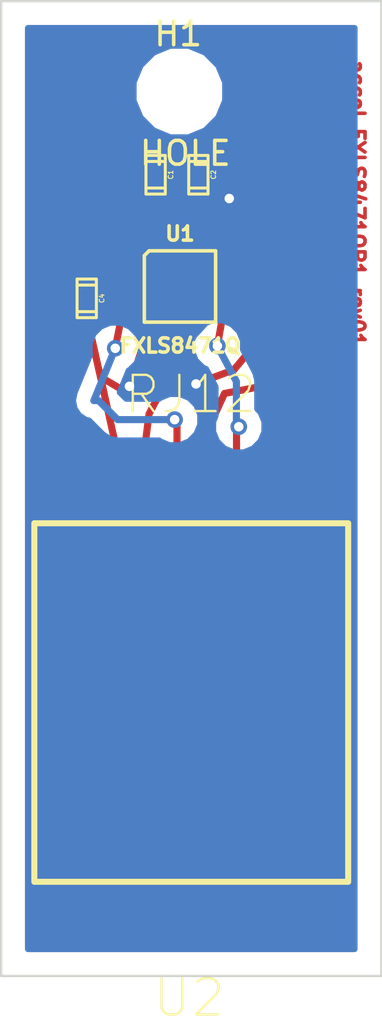
<source format=kicad_pcb>
(kicad_pcb (version 3) (host pcbnew "(2013-08-24 BZR 4298)-stable")

  (general
    (links 18)
    (no_connects 0)
    (area 134.449999 99.949999 168.58153 117.225)
    (thickness 1.6)
    (drawings 5)
    (tracks 102)
    (zones 0)
    (modules 6)
    (nets 8)
  )

  (page A)
  (layers
    (15 F.Cu signal)
    (0 B.Cu signal)
    (16 B.Adhes user)
    (17 F.Adhes user)
    (18 B.Paste user)
    (19 F.Paste user)
    (20 B.SilkS user)
    (21 F.SilkS user)
    (22 B.Mask user)
    (23 F.Mask user)
    (24 Dwgs.User user)
    (25 Cmts.User user)
    (26 Eco1.User user)
    (27 Eco2.User user)
    (28 Edge.Cuts user)
  )

  (setup
    (last_trace_width 0.3)
    (user_trace_width 0.1)
    (user_trace_width 0.15)
    (user_trace_width 0.2)
    (user_trace_width 0.25)
    (user_trace_width 0.3)
    (user_trace_width 0.35)
    (user_trace_width 0.4)
    (user_trace_width 0.5)
    (user_trace_width 0.6)
    (user_trace_width 0.7)
    (user_trace_width 0.8)
    (user_trace_width 1)
    (trace_clearance 0.05)
    (zone_clearance 0.6)
    (zone_45_only no)
    (trace_min 0.1)
    (segment_width 0.2)
    (edge_width 0.1)
    (via_size 0.7)
    (via_drill 0.4)
    (via_min_size 0.7)
    (via_min_drill 0.4)
    (uvia_size 0.4)
    (uvia_drill 0.127)
    (uvias_allowed no)
    (uvia_min_size 0.4)
    (uvia_min_drill 0.127)
    (pcb_text_width 0.3)
    (pcb_text_size 1.5 1.5)
    (mod_edge_width 0.15)
    (mod_text_size 1 1)
    (mod_text_width 0.15)
    (pad_size 2.4 2.4)
    (pad_drill 2.4)
    (pad_to_mask_clearance 0)
    (aux_axis_origin 0 0)
    (visible_elements 7FFFFFFF)
    (pcbplotparams
      (layerselection 3178497)
      (usegerberextensions false)
      (excludeedgelayer true)
      (linewidth 0.150000)
      (plotframeref false)
      (viasonmask false)
      (mode 1)
      (useauxorigin false)
      (hpglpennumber 1)
      (hpglpenspeed 20)
      (hpglpendiameter 15)
      (hpglpenoverlay 2)
      (psnegative false)
      (psa4output false)
      (plotreference true)
      (plotvalue true)
      (plotothertext true)
      (plotinvisibletext false)
      (padsonsilk false)
      (subtractmaskfromsilk false)
      (outputformat 1)
      (mirror false)
      (drillshape 0)
      (scaleselection 1)
      (outputdirectory ""))
  )

  (net 0 "")
  (net 1 GND)
  (net 2 INT1)
  (net 3 INT2)
  (net 4 N-0000011)
  (net 5 SCL)
  (net 6 SDA)
  (net 7 Vdd)

  (net_class Default "This is the default net class."
    (clearance 0.05)
    (trace_width 0.5)
    (via_dia 0.7)
    (via_drill 0.4)
    (uvia_dia 0.4)
    (uvia_drill 0.127)
    (add_net "")
    (add_net GND)
    (add_net INT1)
    (add_net INT2)
    (add_net N-0000011)
    (add_net SCL)
    (add_net SDA)
    (add_net Vdd)
  )

  (module TED_SM0603 (layer F.Cu) (tedit 527731CB) (tstamp 52A599A1)
    (at 139 103.3 270)
    (descr "SMT capacitor, 0603")
    (path /52959381)
    (fp_text reference C1 (at 0 -0.635 270) (layer F.SilkS)
      (effects (font (size 0.20066 0.20066) (thickness 0.04064)))
    )
    (fp_text value 1uF (at 0 0.635 270) (layer F.SilkS) hide
      (effects (font (size 0.20066 0.20066) (thickness 0.04064)))
    )
    (fp_line (start 0.5588 0.4064) (end 0.5588 -0.4064) (layer F.SilkS) (width 0.127))
    (fp_line (start -0.5588 -0.381) (end -0.5588 0.4064) (layer F.SilkS) (width 0.127))
    (fp_line (start -0.8128 -0.4064) (end 0.8128 -0.4064) (layer F.SilkS) (width 0.127))
    (fp_line (start 0.8128 -0.4064) (end 0.8128 0.4064) (layer F.SilkS) (width 0.127))
    (fp_line (start 0.8128 0.4064) (end -0.8128 0.4064) (layer F.SilkS) (width 0.127))
    (fp_line (start -0.8128 0.4064) (end -0.8128 -0.4064) (layer F.SilkS) (width 0.127))
    (pad 2 smd rect (at 0.75184 0 270) (size 0.89916 1.00076)
      (layers F.Cu F.Paste F.Mask)
      (net 1 GND)
      (clearance 0.1)
    )
    (pad 1 smd rect (at -0.75184 0 270) (size 0.89916 1.00076)
      (layers F.Cu F.Paste F.Mask)
      (net 7 Vdd)
      (clearance 0.1)
    )
    (model smd/capacitors/c_0603.wrl
      (at (xyz 0 0 0))
      (scale (xyz 1 1 1))
      (rotate (xyz 0 0 0))
    )
  )

  (module TED_SM0603 (layer F.Cu) (tedit 527731CB) (tstamp 52A599AD)
    (at 140.8 103.3 270)
    (descr "SMT capacitor, 0603")
    (path /5295936A)
    (fp_text reference C2 (at 0 -0.635 270) (layer F.SilkS)
      (effects (font (size 0.20066 0.20066) (thickness 0.04064)))
    )
    (fp_text value .1uF (at 0 0.635 270) (layer F.SilkS) hide
      (effects (font (size 0.20066 0.20066) (thickness 0.04064)))
    )
    (fp_line (start 0.5588 0.4064) (end 0.5588 -0.4064) (layer F.SilkS) (width 0.127))
    (fp_line (start -0.5588 -0.381) (end -0.5588 0.4064) (layer F.SilkS) (width 0.127))
    (fp_line (start -0.8128 -0.4064) (end 0.8128 -0.4064) (layer F.SilkS) (width 0.127))
    (fp_line (start 0.8128 -0.4064) (end 0.8128 0.4064) (layer F.SilkS) (width 0.127))
    (fp_line (start 0.8128 0.4064) (end -0.8128 0.4064) (layer F.SilkS) (width 0.127))
    (fp_line (start -0.8128 0.4064) (end -0.8128 -0.4064) (layer F.SilkS) (width 0.127))
    (pad 2 smd rect (at 0.75184 0 270) (size 0.89916 1.00076)
      (layers F.Cu F.Paste F.Mask)
      (net 1 GND)
      (clearance 0.1)
    )
    (pad 1 smd rect (at -0.75184 0 270) (size 0.89916 1.00076)
      (layers F.Cu F.Paste F.Mask)
      (net 7 Vdd)
      (clearance 0.1)
    )
    (model smd/capacitors/c_0603.wrl
      (at (xyz 0 0 0))
      (scale (xyz 1 1 1))
      (rotate (xyz 0 0 0))
    )
  )

  (module TED_SM0603 (layer F.Cu) (tedit 527731CB) (tstamp 539B7F83)
    (at 136.1 108.5 270)
    (descr "SMT capacitor, 0603")
    (path /52A5541B)
    (fp_text reference C4 (at 0 -0.635 270) (layer F.SilkS)
      (effects (font (size 0.20066 0.20066) (thickness 0.04064)))
    )
    (fp_text value .1uF (at 0 0.635 270) (layer F.SilkS) hide
      (effects (font (size 0.20066 0.20066) (thickness 0.04064)))
    )
    (fp_line (start 0.5588 0.4064) (end 0.5588 -0.4064) (layer F.SilkS) (width 0.127))
    (fp_line (start -0.5588 -0.381) (end -0.5588 0.4064) (layer F.SilkS) (width 0.127))
    (fp_line (start -0.8128 -0.4064) (end 0.8128 -0.4064) (layer F.SilkS) (width 0.127))
    (fp_line (start 0.8128 -0.4064) (end 0.8128 0.4064) (layer F.SilkS) (width 0.127))
    (fp_line (start 0.8128 0.4064) (end -0.8128 0.4064) (layer F.SilkS) (width 0.127))
    (fp_line (start -0.8128 0.4064) (end -0.8128 -0.4064) (layer F.SilkS) (width 0.127))
    (pad 2 smd rect (at 0.75184 0 270) (size 0.89916 1.00076)
      (layers F.Cu F.Paste F.Mask)
      (net 1 GND)
      (clearance 0.1)
    )
    (pad 1 smd rect (at -0.75184 0 270) (size 0.89916 1.00076)
      (layers F.Cu F.Paste F.Mask)
      (net 4 N-0000011)
      (clearance 0.1)
    )
    (model smd/capacitors/c_0603.wrl
      (at (xyz 0 0 0))
      (scale (xyz 1 1 1))
      (rotate (xyz 0 0 0))
    )
  )

  (module TED_RJ12_855135002 (layer F.Cu) (tedit 5373FCE2) (tstamp 539B8586)
    (at 140.5 125.5 180)
    (path /539B7C14)
    (fp_text reference U2 (at 0.09 -12.42 180) (layer F.SilkS)
      (effects (font (thickness 0.09906)))
    )
    (fp_text value RJ12 (at 0.03 12.96 180) (layer F.SilkS)
      (effects (font (thickness 0.09906)))
    )
    (fp_line (start -6.605 -7.54) (end 6.605 -7.54) (layer F.SilkS) (width 0.254))
    (fp_line (start 6.605 -7.54) (end 6.605 7.54) (layer F.SilkS) (width 0.254))
    (fp_line (start 6.605 7.54) (end -6.605 7.54) (layer F.SilkS) (width 0.254))
    (fp_line (start -6.605 7.54) (end -6.605 -7.54) (layer F.SilkS) (width 0.254))
    (pad 6 smd rect (at -3.175 7.9 180) (size 0.76 5)
      (layers F.Cu F.Paste F.Mask)
      (net 7 Vdd)
      (clearance 0.2)
    )
    (pad 4 smd rect (at -0.635 7.9 180) (size 0.76 5)
      (layers F.Cu F.Paste F.Mask)
      (net 2 INT1)
      (clearance 0.2)
    )
    (pad 2 smd rect (at 1.905 7.9 180) (size 0.76 5)
      (layers F.Cu F.Paste F.Mask)
      (net 6 SDA)
      (clearance 0.2)
    )
    (pad 3 smd rect (at 0.635 7.9 180) (size 0.76 5)
      (layers F.Cu F.Paste F.Mask)
      (net 5 SCL)
      (clearance 0.2)
    )
    (pad 1 smd rect (at 3.175 7.9 180) (size 0.76 5)
      (layers F.Cu F.Paste F.Mask)
      (net 1 GND)
      (clearance 0.2)
    )
    (pad 5 smd rect (at -1.905 7.9 180) (size 0.76 5)
      (layers F.Cu F.Paste F.Mask)
      (net 3 INT2)
      (clearance 0.2)
    )
    (pad PAD smd rect (at 0 -8.15 180) (size 8.8 4.5)
      (layers F.Cu F.Paste F.Mask)
    )
  )

  (module TED_QFN16_3x5 (layer F.Cu) (tedit 53767B71) (tstamp 52A599E5)
    (at 140.025 108)
    (path /539B7524)
    (solder_mask_margin 0.1)
    (solder_paste_margin -0.1)
    (solder_paste_ratio -0.2)
    (clearance 0.1)
    (fp_text reference U1 (at 0 -2.22) (layer F.SilkS)
      (effects (font (size 0.6 0.6) (thickness 0.15)))
    )
    (fp_text value FXLS8471Q (at 0 2.49) (layer F.SilkS)
      (effects (font (size 0.6 0.6) (thickness 0.15)))
    )
    (fp_line (start -1.3 -1.5) (end 1.5 -1.5) (layer F.SilkS) (width 0.14986))
    (fp_line (start -1.5 -1.3) (end -1.5 1.5) (layer F.SilkS) (width 0.14986))
    (fp_line (start -1.3 -1.5) (end -1.5 -1.3) (layer F.SilkS) (width 0.14986))
    (fp_line (start 1.5 1.5) (end -1.5 1.5) (layer F.SilkS) (width 0.14986))
    (fp_line (start 1.5 -1.5) (end 1.5 1.5) (layer F.SilkS) (width 0.14986))
    (pad 2 smd rect (at -1.275 -0.5) (size 0.8 0.3)
      (layers F.Cu F.Paste F.Mask)
      (net 4 N-0000011)
    )
    (pad 1 smd rect (at -1.275 -1) (size 0.8 0.3)
      (layers F.Cu F.Paste F.Mask)
      (net 7 Vdd)
    )
    (pad 13 smd rect (at 1.275 -1) (size 0.8 0.3)
      (layers F.Cu F.Paste F.Mask)
      (net 1 GND)
    )
    (pad 3 smd rect (at -1.275 -0.005) (size 0.8 0.3)
      (layers F.Cu F.Paste F.Mask)
      (net 1 GND)
    )
    (pad 4 smd rect (at -1.275 0.5) (size 0.8 0.3)
      (layers F.Cu F.Paste F.Mask)
      (net 5 SCL)
    )
    (pad 5 smd rect (at -1.275 1) (size 0.8 0.3)
      (layers F.Cu F.Paste F.Mask)
      (net 1 GND)
    )
    (pad 6 smd rect (at -0.5 1.275) (size 0.3 0.8)
      (layers F.Cu F.Paste F.Mask)
      (net 6 SDA)
    )
    (pad 7 smd rect (at -0.035 1.275) (size 0.3 0.8)
      (layers F.Cu F.Paste F.Mask)
      (net 1 GND)
    )
    (pad 8 smd rect (at 0.5 1.275) (size 0.3 0.8)
      (layers F.Cu F.Paste F.Mask)
    )
    (pad 9 smd rect (at 1.275 1) (size 0.8 0.3)
      (layers F.Cu F.Paste F.Mask)
      (net 3 INT2)
    )
    (pad 10 smd rect (at 1.275 0.5) (size 0.8 0.3)
      (layers F.Cu F.Paste F.Mask)
      (net 1 GND)
    )
    (pad 11 smd rect (at 1.275 -0.005) (size 0.8 0.3)
      (layers F.Cu F.Paste F.Mask)
      (net 2 INT1)
    )
    (pad 12 smd rect (at 1.275 -0.5) (size 0.8 0.3)
      (layers F.Cu F.Paste F.Mask)
      (net 1 GND)
    )
    (pad 14 smd rect (at 0.5 -1.275) (size 0.3 0.8)
      (layers F.Cu F.Paste F.Mask)
      (net 7 Vdd)
    )
    (pad 15 smd rect (at -0.015 -1.275) (size 0.3 0.8)
      (layers F.Cu F.Paste F.Mask)
    )
    (pad 16 smd rect (at -0.5 -1.275) (size 0.3 0.8)
      (layers F.Cu F.Paste F.Mask)
    )
    (model smd/qfn24.wrl
      (at (xyz 0 0 0))
      (scale (xyz 1 1 1))
      (rotate (xyz 0 0 0))
    )
  )

  (module TED_Hole_2_4mm (layer F.Cu) (tedit 539B864E) (tstamp 539B82C8)
    (at 140 99.8)
    (path /5365C78C)
    (fp_text reference H1 (at -0.05 -2.425) (layer F.SilkS)
      (effects (font (size 1 1) (thickness 0.15)))
    )
    (fp_text value HOLE (at 0.25 2.6) (layer F.SilkS)
      (effects (font (size 1 1) (thickness 0.15)))
    )
    (pad "" np_thru_hole circle (at 0 0) (size 2.4 2.4) (drill 2.4)
      (layers *.Cu *.Mask F.SilkS)
    )
  )

  (gr_text "accel_FXLS8471QR1_rev01\n06/13/2014" (at 147 104.5 270) (layer F.Cu)
    (effects (font (size 0.6 0.6) (thickness 0.15)))
  )
  (gr_line (start 132.5 137) (end 132.5 96) (angle 90) (layer Edge.Cuts) (width 0.1))
  (gr_line (start 148.5 137) (end 132.5 137) (angle 90) (layer Edge.Cuts) (width 0.1))
  (gr_line (start 148.5 96) (end 148.5 137) (angle 90) (layer Edge.Cuts) (width 0.1))
  (gr_line (start 132.5 96) (end 148.5 96) (angle 90) (layer Edge.Cuts) (width 0.1))

  (segment (start 137.3 114.6) (end 137.3 117.575) (width 0.3) (layer F.Cu) (net 1))
  (segment (start 137.3 114.6) (end 136.7 111.9) (width 0.3) (layer F.Cu) (net 1) (tstamp 539B7F54))
  (segment (start 136.678449 111.804883) (end 136.7 111.9) (width 0.3) (layer F.Cu) (net 1) (tstamp 539B7F57) (status 20))
  (segment (start 137.3 117.575) (end 137.325 117.6) (width 0.3) (layer F.Cu) (net 1) (tstamp 539BC693))
  (segment (start 140.8 104.05184) (end 141.85184 104.05184) (width 0.3) (layer F.Cu) (net 1))
  (segment (start 141.85184 104.05184) (end 142.1 104.3) (width 0.3) (layer F.Cu) (net 1) (tstamp 539B87A8))
  (via (at 142.1 104.3) (size 0.7) (layers F.Cu B.Cu) (net 1))
  (segment (start 142.1 104.3) (end 143.9 104.3) (width 0.3) (layer B.Cu) (net 1) (tstamp 539B87AA))
  (segment (start 143.9 104.3) (end 145 105.4) (width 0.3) (layer B.Cu) (net 1) (tstamp 539B87AB))
  (segment (start 145 105.4) (end 145 108.1) (width 0.3) (layer B.Cu) (net 1) (tstamp 539B87AC))
  (segment (start 145 108.1) (end 144.7 109.3) (width 0.3) (layer B.Cu) (net 1) (tstamp 539B87AD))
  (segment (start 144.7 109.3) (end 141.3 109.3) (width 0.3) (layer B.Cu) (net 1) (tstamp 539B87B1))
  (segment (start 141.3 109.3) (end 139.2 111.6) (width 0.3) (layer B.Cu) (net 1) (tstamp 539B87B3))
  (segment (start 138.3 109.6) (end 138.3 109.1) (width 0.3) (layer F.Cu) (net 1))
  (segment (start 138.3 109.6) (end 138.563793 110.215517) (width 0.3) (layer F.Cu) (net 1) (tstamp 539B7FF3))
  (segment (start 137.9 112.2) (end 138.563793 110.215517) (width 0.3) (layer F.Cu) (net 1) (tstamp 539B7FF5))
  (segment (start 138.4 109) (end 138.75 109) (width 0.3) (layer F.Cu) (net 1) (tstamp 539B89E5))
  (segment (start 138.3 109.1) (end 138.4 109) (width 0.3) (layer F.Cu) (net 1) (tstamp 539B89E2))
  (segment (start 141.3 108.5) (end 141.9 108.5) (width 0.3) (layer F.Cu) (net 1))
  (segment (start 142.3 111.5) (end 140.7 112.1) (width 0.3) (layer F.Cu) (net 1) (tstamp 539B8041))
  (segment (start 142.8 110.9) (end 142.3 111.5) (width 0.3) (layer F.Cu) (net 1) (tstamp 539B8040))
  (segment (start 142.8 108.7) (end 142.8 110.9) (width 0.3) (layer F.Cu) (net 1) (tstamp 539B803F))
  (segment (start 141.9 108.5) (end 142.8 108.7) (width 0.3) (layer F.Cu) (net 1) (tstamp 539B803E))
  (segment (start 139.99 109.275) (end 140 109.9) (width 0.3) (layer F.Cu) (net 1))
  (segment (start 137.695117 112.404883) (end 136.678449 111.804883) (width 0.3) (layer F.Cu) (net 1) (tstamp 539B7FE6))
  (segment (start 137.9 112.2) (end 137.695117 112.404883) (width 0.3) (layer F.Cu) (net 1) (tstamp 539B7FE5))
  (via (at 137.9 112.2) (size 0.7) (layers F.Cu B.Cu) (net 1))
  (segment (start 139.2 111.6) (end 137.9 112.2) (width 0.3) (layer B.Cu) (net 1) (tstamp 539B87BA))
  (segment (start 140.6 112.2) (end 139.2 111.6) (width 0.3) (layer B.Cu) (net 1) (tstamp 539B7FDA))
  (via (at 140.7 112.1) (size 0.7) (layers F.Cu B.Cu) (net 1))
  (segment (start 140.7 112.1) (end 140.6 112.2) (width 0.3) (layer B.Cu) (net 1) (tstamp 539B7FD9))
  (segment (start 140 109.9) (end 140.7 112.1) (width 0.3) (layer F.Cu) (net 1) (tstamp 539B7FD4))
  (segment (start 138.75 107.995) (end 137.405 107.995) (width 0.3) (layer F.Cu) (net 1))
  (segment (start 136.84816 109.25184) (end 136.1 109.25184) (width 0.3) (layer F.Cu) (net 1) (tstamp 539B7F96))
  (segment (start 137 109.1) (end 136.84816 109.25184) (width 0.3) (layer F.Cu) (net 1) (tstamp 539B7F95))
  (segment (start 137 108.4) (end 137 109.1) (width 0.3) (layer F.Cu) (net 1) (tstamp 539B7F94))
  (segment (start 137.405 107.995) (end 137 108.4) (width 0.3) (layer F.Cu) (net 1) (tstamp 539B7F93))
  (segment (start 136.678449 111.804883) (end 136.1 109.25184) (width 0.3) (layer F.Cu) (net 1) (tstamp 539B7FE8) (status 20))
  (segment (start 141.3 107.5) (end 142.1 107.5) (width 0.3) (layer F.Cu) (net 1))
  (segment (start 142.2 106.8) (end 142 106.6) (width 0.3) (layer F.Cu) (net 1) (tstamp 539B7F14))
  (segment (start 142.2 107.4) (end 142.2 106.8) (width 0.3) (layer F.Cu) (net 1) (tstamp 539B7F13))
  (segment (start 142.1 107.5) (end 142.2 107.4) (width 0.3) (layer F.Cu) (net 1) (tstamp 539B7F12))
  (segment (start 141.3 107) (end 141.9 107) (width 0.3) (layer F.Cu) (net 1))
  (segment (start 141.2 105) (end 140.8 104.05184) (width 0.3) (layer F.Cu) (net 1) (tstamp 539B7F0F) (status 20))
  (segment (start 141.7 106.1) (end 141.2 105) (width 0.3) (layer F.Cu) (net 1) (tstamp 539B7F0D))
  (segment (start 142 106.4) (end 141.7 106.1) (width 0.3) (layer F.Cu) (net 1) (tstamp 539B7F0B))
  (segment (start 142 106.9) (end 142 106.6) (width 0.3) (layer F.Cu) (net 1) (tstamp 539B7F0A))
  (segment (start 142 106.6) (end 142 106.4) (width 0.3) (layer F.Cu) (net 1) (tstamp 539B7F17))
  (segment (start 141.9 107) (end 142 106.9) (width 0.3) (layer F.Cu) (net 1) (tstamp 539B7F09))
  (segment (start 139 104.05184) (end 140.8 104.05184) (width 0.3) (layer F.Cu) (net 1) (status 20))
  (segment (start 143.435533 112.205802) (end 141.9 112.5) (width 0.3) (layer F.Cu) (net 2))
  (segment (start 142.7 108) (end 143.479381 108.346392) (width 0.3) (layer F.Cu) (net 2) (tstamp 539B7EC4))
  (segment (start 143.479381 108.346392) (end 143.435533 112.205802) (width 0.3) (layer F.Cu) (net 2) (tstamp 539B7EC6) (status 20))
  (segment (start 141.3 107.995) (end 142.7 108) (width 0.3) (layer F.Cu) (net 2))
  (segment (start 141.135 114.165) (end 141.135 117.6) (width 0.3) (layer F.Cu) (net 2) (tstamp 539BC7DD) (status 800000))
  (segment (start 141.9 112.5) (end 141.135 114.165) (width 0.3) (layer F.Cu) (net 2) (tstamp 539BC7DB))
  (segment (start 142.4 112) (end 142.4 113.8) (width 0.3) (layer B.Cu) (net 3))
  (segment (start 141.7 109) (end 141.793337 109.406736) (width 0.3) (layer F.Cu) (net 3) (tstamp 539B7EF4))
  (segment (start 141.793337 109.406736) (end 141.6 110.5) (width 0.3) (layer F.Cu) (net 3) (tstamp 539B7EF5))
  (via (at 141.6 110.5) (size 0.7) (layers F.Cu B.Cu) (net 3))
  (segment (start 141.6 110.5) (end 142.4 112) (width 0.3) (layer B.Cu) (net 3) (tstamp 539B7EFA))
  (segment (start 141.3 109) (end 141.7 109) (width 0.3) (layer F.Cu) (net 3))
  (segment (start 142.405 113.995) (end 142.405 117.6) (width 0.3) (layer F.Cu) (net 3) (tstamp 539BC831) (status 800000))
  (segment (start 142.5 113.9) (end 142.405 113.995) (width 0.3) (layer F.Cu) (net 3) (tstamp 539BC830))
  (via (at 142.5 113.9) (size 0.7) (layers F.Cu B.Cu) (net 3))
  (segment (start 142.4 113.8) (end 142.5 113.9) (width 0.3) (layer B.Cu) (net 3) (tstamp 539BC82C))
  (segment (start 138.75 107.5) (end 136.34816 107.5) (width 0.3) (layer F.Cu) (net 4) (status 20))
  (segment (start 136.34816 107.5) (end 136.1 107.74816) (width 0.3) (layer F.Cu) (net 4) (tstamp 539B7EE1) (status 30))
  (segment (start 136.4 112.8) (end 136.6 112.8) (width 0.3) (layer B.Cu) (net 5))
  (segment (start 138 108.5) (end 137.7 108.6) (width 0.3) (layer F.Cu) (net 5) (tstamp 539B7F98))
  (segment (start 137.7 108.6) (end 137.3 110.6) (width 0.3) (layer F.Cu) (net 5) (tstamp 539B7F99))
  (via (at 137.3 110.6) (size 0.7) (layers F.Cu B.Cu) (net 5))
  (segment (start 137.3 110.6) (end 136.4 112.8) (width 0.3) (layer B.Cu) (net 5) (tstamp 539B7F9B))
  (segment (start 138.75 108.5) (end 138 108.5) (width 0.3) (layer F.Cu) (net 5))
  (segment (start 139.9 117.565) (end 139.865 117.6) (width 0.3) (layer F.Cu) (net 5) (tstamp 539BC78A) (status C00000))
  (segment (start 139.9 113.7) (end 139.9 117.565) (width 0.3) (layer F.Cu) (net 5) (tstamp 539BC789) (status 800000))
  (segment (start 139.8 113.6) (end 139.9 113.7) (width 0.3) (layer F.Cu) (net 5) (tstamp 539BC788))
  (via (at 139.8 113.6) (size 0.7) (layers F.Cu B.Cu) (net 5))
  (segment (start 137.4 113.6) (end 139.8 113.6) (width 0.3) (layer B.Cu) (net 5) (tstamp 539BC784))
  (segment (start 136.6 112.8) (end 137.4 113.6) (width 0.3) (layer B.Cu) (net 5) (tstamp 539BC782))
  (segment (start 138.595 117.6) (end 138.595 114.365) (width 0.3) (layer F.Cu) (net 6))
  (segment (start 139.525 111.825) (end 138.722949 113.364072) (width 0.3) (layer F.Cu) (net 6) (tstamp 539B7F27))
  (segment (start 139.525 111.825) (end 139.525 109.275) (width 0.3) (layer F.Cu) (net 6))
  (segment (start 138.595 114.365) (end 138.722949 113.364072) (width 0.3) (layer F.Cu) (net 6) (tstamp 539BC6B6))
  (segment (start 144.399968 108.201796) (end 144.310168 113.201045) (width 0.3) (layer F.Cu) (net 7))
  (segment (start 143 104.1) (end 142.6 103.1) (width 0.3) (layer F.Cu) (net 7) (tstamp 539B7E56))
  (segment (start 142.6 103.1) (end 142.6 103) (width 0.3) (layer F.Cu) (net 7) (tstamp 539B7E58))
  (segment (start 142.6 103) (end 142.14816 102.54816) (width 0.3) (layer F.Cu) (net 7) (tstamp 539B7E59))
  (segment (start 140.8 102.54816) (end 142.14816 102.54816) (width 0.3) (layer F.Cu) (net 7) (tstamp 539B7E5A) (status 20))
  (segment (start 144.399968 108.201796) (end 143 104.1) (width 0.3) (layer F.Cu) (net 7) (status 10))
  (segment (start 143.675 114.225) (end 143.675 117.6) (width 0.3) (layer F.Cu) (net 7) (tstamp 539BC845) (status 800000))
  (segment (start 144.310168 113.201045) (end 143.675 114.225) (width 0.3) (layer F.Cu) (net 7) (tstamp 539BC843))
  (segment (start 137.4 105.7) (end 140.3 105.7) (width 0.3) (layer F.Cu) (net 7))
  (segment (start 140.525 105.925) (end 140.525 106.725) (width 0.3) (layer F.Cu) (net 7) (tstamp 539B7EBC))
  (segment (start 140.3 105.7) (end 140.525 105.925) (width 0.3) (layer F.Cu) (net 7) (tstamp 539B7EBB))
  (segment (start 140.8 102.54816) (end 139 102.54816) (width 0.3) (layer F.Cu) (net 7) (status 10))
  (segment (start 139 102.54816) (end 138.45184 102.54816) (width 0.3) (layer F.Cu) (net 7))
  (segment (start 138.45184 102.54816) (end 137.4 103.6) (width 0.3) (layer F.Cu) (net 7) (tstamp 539B7E61))
  (segment (start 137.4 103.6) (end 137.4 105.7) (width 0.3) (layer F.Cu) (net 7) (tstamp 539B7E64))
  (segment (start 137.4 105.7) (end 137.4 106.5) (width 0.3) (layer F.Cu) (net 7) (tstamp 539B7EB9))
  (segment (start 137.4 106.5) (end 137.9 107) (width 0.3) (layer F.Cu) (net 7) (tstamp 539B7E65))
  (segment (start 137.9 107) (end 138.75 107) (width 0.3) (layer F.Cu) (net 7) (tstamp 539B7E66))

  (zone (net 1) (net_name GND) (layer B.Cu) (tstamp 539B87D1) (hatch edge 0.508)
    (connect_pads (clearance 0.6))
    (min_thickness 0.254)
    (fill (arc_segments 16) (thermal_gap 0.508) (thermal_bridge_width 0.508))
    (polygon
      (pts
        (xy 133.5 97) (xy 147.5 97) (xy 147.5 136) (xy 133.5 136)
      )
    )
    (filled_polygon
      (pts
        (xy 147.373 135.873) (xy 143.577187 135.873) (xy 143.577187 113.686711) (xy 143.413569 113.290725) (xy 143.277 113.153917)
        (xy 143.277 112) (xy 143.268591 111.957726) (xy 143.272855 111.914839) (xy 143.235453 111.791134) (xy 143.210242 111.664387)
        (xy 143.186298 111.628552) (xy 143.173824 111.587294) (xy 142.676865 110.655496) (xy 142.677187 110.286711) (xy 142.513569 109.890725)
        (xy 142.210868 109.587496) (xy 141.927334 109.469762) (xy 141.927334 99.418378) (xy 141.634584 98.709868) (xy 141.092983 98.167322)
        (xy 140.384986 97.873335) (xy 139.618378 97.872666) (xy 138.909868 98.165416) (xy 138.367322 98.707017) (xy 138.073335 99.415014)
        (xy 138.072666 100.181622) (xy 138.365416 100.890132) (xy 138.907017 101.432678) (xy 139.615014 101.726665) (xy 140.381622 101.727334)
        (xy 141.090132 101.434584) (xy 141.632678 100.892983) (xy 141.926665 100.184986) (xy 141.927334 99.418378) (xy 141.927334 109.469762)
        (xy 141.815168 109.423187) (xy 141.386711 109.422813) (xy 140.990725 109.586431) (xy 140.687496 109.889132) (xy 140.523187 110.284832)
        (xy 140.522813 110.713289) (xy 140.686431 111.109275) (xy 140.989132 111.412504) (xy 141.122205 111.46776) (xy 141.523 112.219251)
        (xy 141.523 113.444455) (xy 141.423187 113.684832) (xy 141.422813 114.113289) (xy 141.586431 114.509275) (xy 141.889132 114.812504)
        (xy 142.284832 114.976813) (xy 142.713289 114.977187) (xy 143.109275 114.813569) (xy 143.412504 114.510868) (xy 143.576813 114.115168)
        (xy 143.577187 113.686711) (xy 143.577187 135.873) (xy 140.877187 135.873) (xy 140.877187 113.386711) (xy 140.713569 112.990725)
        (xy 140.410868 112.687496) (xy 140.015168 112.523187) (xy 139.586711 112.522813) (xy 139.190725 112.686431) (xy 139.154092 112.723)
        (xy 137.763266 112.723) (xy 137.490595 112.450329) (xy 137.866602 111.531201) (xy 137.909275 111.513569) (xy 138.212504 111.210868)
        (xy 138.376813 110.815168) (xy 138.377187 110.386711) (xy 138.213569 109.990725) (xy 137.910868 109.687496) (xy 137.515168 109.523187)
        (xy 137.086711 109.522813) (xy 136.690725 109.686431) (xy 136.387496 109.989132) (xy 136.223187 110.384832) (xy 136.222813 110.813289)
        (xy 136.24411 110.864833) (xy 135.588295 112.467939) (xy 135.556005 112.63407) (xy 135.523 112.8) (xy 135.523382 112.801921)
        (xy 135.523009 112.803841) (xy 135.55675 112.969674) (xy 135.589758 113.135613) (xy 135.590844 113.137238) (xy 135.591235 113.139159)
        (xy 135.685857 113.279436) (xy 135.779867 113.420133) (xy 135.781496 113.421221) (xy 135.78259 113.422843) (xy 135.923696 113.516236)
        (xy 136.064387 113.610242) (xy 136.066305 113.610623) (xy 136.067939 113.611705) (xy 136.196408 113.636674) (xy 136.779867 114.220133)
        (xy 137.064387 114.410242) (xy 137.4 114.477001) (xy 137.4 114.477) (xy 137.400005 114.477) (xy 139.153689 114.477)
        (xy 139.189132 114.512504) (xy 139.584832 114.676813) (xy 140.013289 114.677187) (xy 140.409275 114.513569) (xy 140.712504 114.210868)
        (xy 140.876813 113.815168) (xy 140.877187 113.386711) (xy 140.877187 135.873) (xy 133.627 135.873) (xy 133.627 97.127)
        (xy 147.373 97.127) (xy 147.373 135.873)
      )
    )
  )
)

</source>
